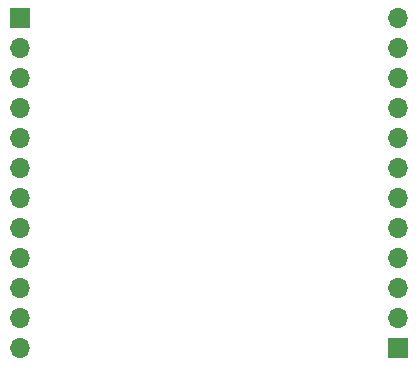
<source format=gbs>
G04 #@! TF.GenerationSoftware,KiCad,Pcbnew,7.0.7*
G04 #@! TF.CreationDate,2023-09-07T14:52:05+08:00*
G04 #@! TF.ProjectId,rs485,72733438-352e-46b6-9963-61645f706362,rev?*
G04 #@! TF.SameCoordinates,Original*
G04 #@! TF.FileFunction,Soldermask,Bot*
G04 #@! TF.FilePolarity,Negative*
%FSLAX46Y46*%
G04 Gerber Fmt 4.6, Leading zero omitted, Abs format (unit mm)*
G04 Created by KiCad (PCBNEW 7.0.7) date 2023-09-07 14:52:05*
%MOMM*%
%LPD*%
G01*
G04 APERTURE LIST*
%ADD10R,1.700000X1.700000*%
%ADD11O,1.700000X1.700000*%
G04 APERTURE END LIST*
D10*
X133604000Y-97277000D03*
D11*
X133604000Y-99817000D03*
X133604000Y-102357000D03*
X133604000Y-104897000D03*
X133604000Y-107437000D03*
X133604000Y-109977000D03*
X133604000Y-112517000D03*
X133604000Y-115057000D03*
X133604000Y-117597000D03*
X133604000Y-120137000D03*
X133604000Y-122677000D03*
X133604000Y-125217000D03*
D10*
X165608000Y-125222000D03*
D11*
X165608000Y-122682000D03*
X165608000Y-120142000D03*
X165608000Y-117602000D03*
X165608000Y-115062000D03*
X165608000Y-112522000D03*
X165608000Y-109982000D03*
X165608000Y-107442000D03*
X165608000Y-104902000D03*
X165608000Y-102362000D03*
X165608000Y-99822000D03*
X165608000Y-97282000D03*
M02*

</source>
